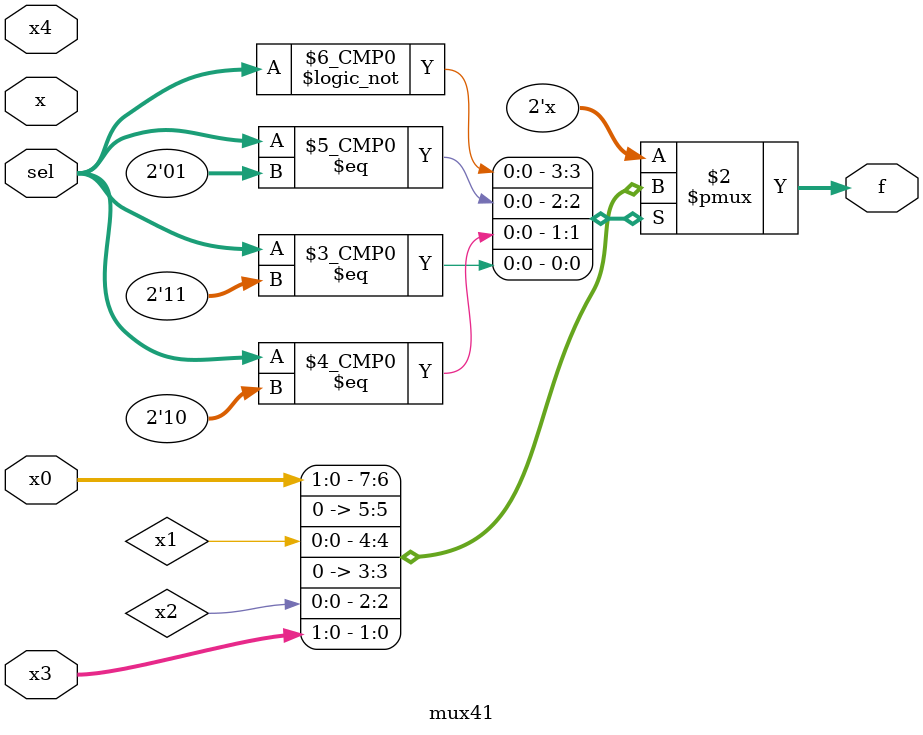
<source format=v>
module mux41(
    input [1:0] sel,
    input [1:0] x0,x,x3,x4,
    output reg [1:0] f
);
always@(*)begin
    case(sel)
    2'b00:f=x0;
    2'b01:f=x1;
    2'b10:f=x2;
    2'b11:f=x3;
    default:f=x0;
    endcase
end
endmodule

</source>
